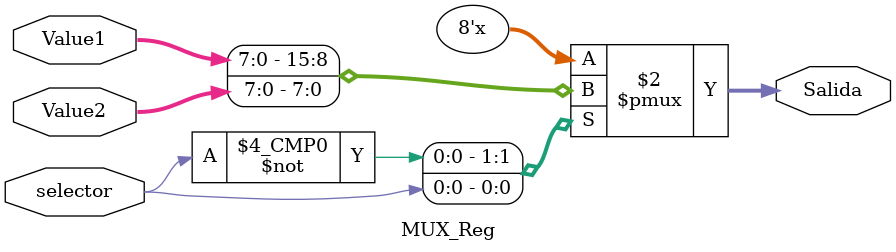
<source format=v>
`timescale 1ns / 1ps


module MUX_Reg(Value1, Value2, selector ,Salida);
    input [7:0] Value1, Value2;
    input selector;
    output reg [7:0] Salida;
    
    always @*
    case(selector)
        1'b0:
            Salida <= Value1;
        1'b1:
            Salida <= Value2;
    endcase
endmodule

</source>
